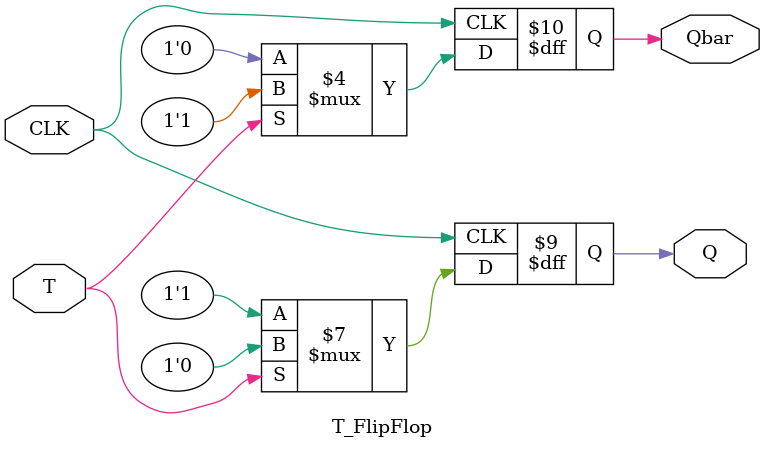
<source format=v>
`timescale 1ns / 1ps


module T_FlipFlop(T,CLK,Q,Qbar);
input T,CLK;
output Q,Qbar;
reg Q,Qbar;
always@(posedge(CLK))
begin
if(T==0)
begin
 Q =1'b1;
 Qbar=1'b0;
end
else
begin
 Q =1'b0;
 Qbar=1'b1;
 end
end
endmodule

</source>
